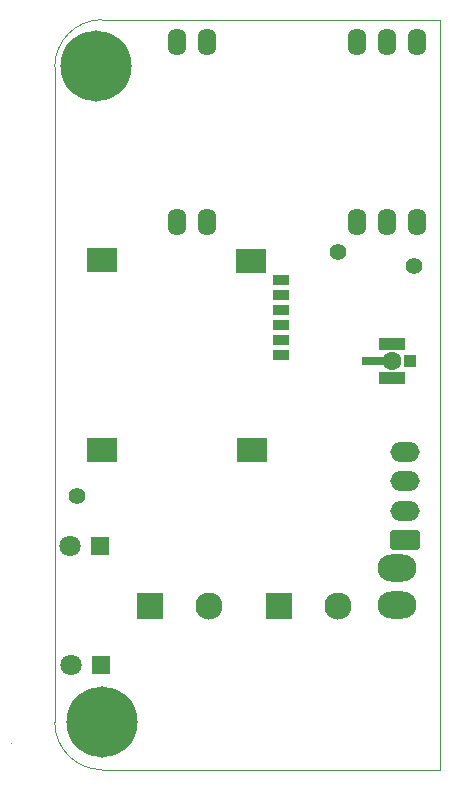
<source format=gbr>
G04 #@! TF.GenerationSoftware,KiCad,Pcbnew,(6.0.7)*
G04 #@! TF.CreationDate,2023-02-15T16:43:35+05:30*
G04 #@! TF.ProjectId,POWER CARD,504f5745-5220-4434-9152-442e6b696361,rev?*
G04 #@! TF.SameCoordinates,Original*
G04 #@! TF.FileFunction,Soldermask,Top*
G04 #@! TF.FilePolarity,Negative*
%FSLAX46Y46*%
G04 Gerber Fmt 4.6, Leading zero omitted, Abs format (unit mm)*
G04 Created by KiCad (PCBNEW (6.0.7)) date 2023-02-15 16:43:35*
%MOMM*%
%LPD*%
G01*
G04 APERTURE LIST*
G04 Aperture macros list*
%AMRoundRect*
0 Rectangle with rounded corners*
0 $1 Rounding radius*
0 $2 $3 $4 $5 $6 $7 $8 $9 X,Y pos of 4 corners*
0 Add a 4 corners polygon primitive as box body*
4,1,4,$2,$3,$4,$5,$6,$7,$8,$9,$2,$3,0*
0 Add four circle primitives for the rounded corners*
1,1,$1+$1,$2,$3*
1,1,$1+$1,$4,$5*
1,1,$1+$1,$6,$7*
1,1,$1+$1,$8,$9*
0 Add four rect primitives between the rounded corners*
20,1,$1+$1,$2,$3,$4,$5,0*
20,1,$1+$1,$4,$5,$6,$7,0*
20,1,$1+$1,$6,$7,$8,$9,0*
20,1,$1+$1,$8,$9,$2,$3,0*%
G04 Aperture macros list end*
G04 #@! TA.AperFunction,Profile*
%ADD10C,0.100000*%
G04 #@! TD*
%ADD11O,3.300000X2.300000*%
%ADD12R,2.300000X2.300000*%
%ADD13C,2.300000*%
%ADD14R,1.340000X0.900000*%
%ADD15R,2.610000X2.000000*%
%ADD16O,1.600000X2.300000*%
%ADD17C,6.000000*%
%ADD18C,0.800000*%
%ADD19R,1.500000X1.500000*%
%ADD20C,1.800000*%
%ADD21C,1.400000*%
%ADD22R,2.000000X0.800000*%
%ADD23R,2.200000X1.050000*%
%ADD24R,1.000000X1.000000*%
%ADD25RoundRect,0.250000X1.000000X-0.600000X1.000000X0.600000X-1.000000X0.600000X-1.000000X-0.600000X0*%
%ADD26O,2.500000X1.700000*%
%ADD27C,1.600000*%
G04 APERTURE END LIST*
D10*
X85582966Y-123837734D02*
G75*
G03*
X89583042Y-127837734I4000034J34D01*
G01*
X85583042Y-68337734D02*
X85583042Y-123837734D01*
X118166574Y-127837734D02*
X118166574Y-64337734D01*
X89583042Y-127837734D02*
X118166574Y-127837734D01*
X118166574Y-64337734D02*
X89583042Y-64337734D01*
X89583042Y-64337732D02*
G75*
G03*
X85583042Y-68337734I-2J-3999998D01*
G01*
X81906894Y-125643083D02*
G75*
G03*
X81906894Y-125643083I-1J0D01*
G01*
D11*
X114523042Y-110727734D03*
D12*
X93622074Y-114023224D03*
D13*
X98622074Y-114023224D03*
D14*
X104723042Y-92772734D03*
X104723042Y-86422734D03*
X104723042Y-91502734D03*
X104723042Y-90232734D03*
D15*
X102203042Y-84797734D03*
X102253042Y-100797734D03*
X89553042Y-84697734D03*
X89553042Y-100797734D03*
D14*
X104723042Y-87692734D03*
X104723042Y-88962734D03*
D12*
X104558634Y-113967496D03*
D13*
X109558634Y-113967496D03*
D16*
X116282297Y-66236801D03*
X113742297Y-66236801D03*
X111202297Y-66236801D03*
X98502297Y-66236801D03*
X95962297Y-66236801D03*
X95962297Y-81476801D03*
X98502297Y-81476801D03*
X111202297Y-81476801D03*
X113742297Y-81476801D03*
X116282297Y-81476801D03*
D11*
X114553042Y-113927734D03*
D17*
X89558714Y-123804359D03*
D18*
X91414869Y-121948204D03*
X86933714Y-123804359D03*
X92183714Y-123804359D03*
X91414869Y-125660514D03*
X89558714Y-121179359D03*
X89558714Y-126429359D03*
X87702559Y-125660514D03*
X87702559Y-121948204D03*
D19*
X89428715Y-108904359D03*
D20*
X86888713Y-108904359D03*
D21*
X87473042Y-104637734D03*
D18*
X89058714Y-70929359D03*
X91683714Y-68304359D03*
X87202559Y-66448204D03*
D17*
X89058714Y-68304359D03*
D18*
X90914869Y-66448204D03*
X89058714Y-65679359D03*
X90914869Y-70160514D03*
X87202559Y-70160514D03*
X86433714Y-68304359D03*
D19*
X89528715Y-119004359D03*
D20*
X86988713Y-119004359D03*
D22*
X112623042Y-93237734D03*
D23*
X114123042Y-91762734D03*
D24*
X115623042Y-93237734D03*
D23*
X114123042Y-94712734D03*
D21*
X109603042Y-84047734D03*
X116003042Y-85157734D03*
D25*
X115213042Y-108427734D03*
D26*
X115213042Y-105927734D03*
X115213042Y-103427734D03*
X115213042Y-100927734D03*
D27*
X114163042Y-93237734D03*
M02*

</source>
